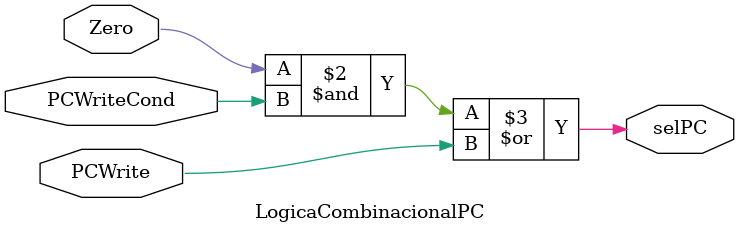
<source format=v>
`timescale 1ns / 1ps
module LogicaCombinacionalPC(
    input Zero,
    input PCWriteCond,
    input PCWrite,
    output reg selPC
    );

	initial begin
		selPC <= 0;
	end
	
	always @ (*) begin
		selPC <= (Zero & PCWriteCond) | PCWrite;
	end
	
endmodule

</source>
